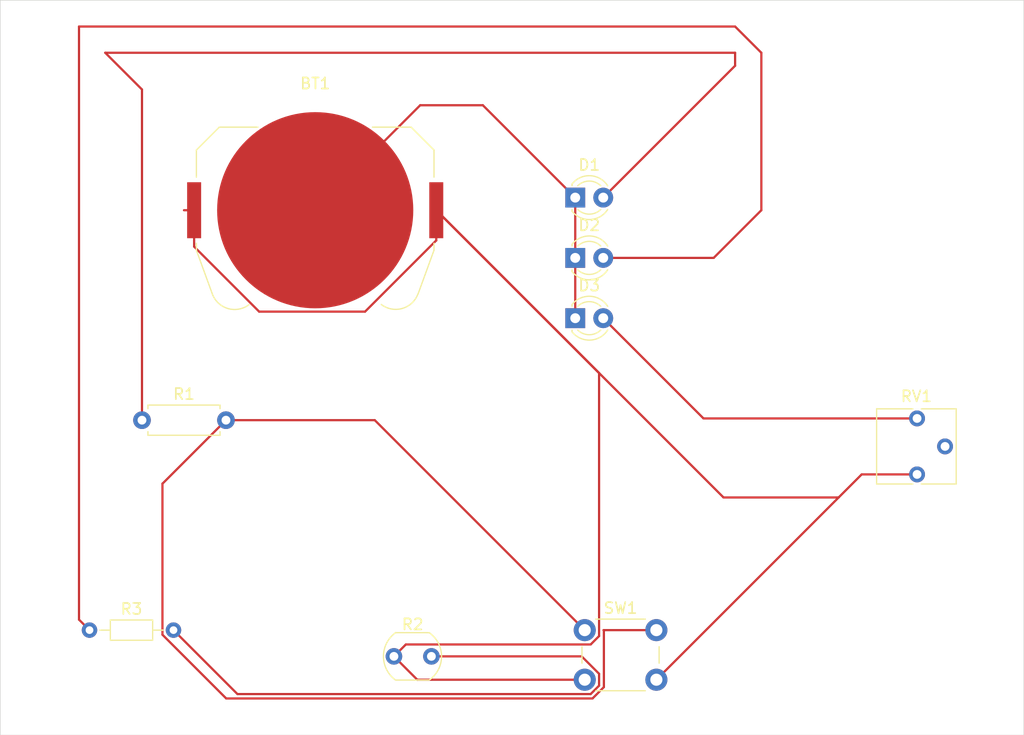
<source format=kicad_pcb>
(kicad_pcb (version 20241229) (generator "pcbnew") (generator_version "9.0")
  (layers (0 "F.Cu" signal) (2 "B.Cu" signal) (13 "F.Paste" user) (15 "B.Paste" user) (5 "F.SilkS" user "F.Silkscreen") (7 "B.SilkS" user "B.Silkscreen") (1 "F.Mask" user) (3 "B.Mask" user) (25 "Edge.Cuts" user))
  (net 0 "")
  (net 1 "Net-(BT1-+)")
  (net 2 "Net-(BT1--)")
  (net 3 "Net-(D1-A)")
  (net 4 "Net-(D2-A)")
  (net 5 "Net-(D3-A)")
  (net 6 "Net-(R1-Pad2)")
  (net 7 "Net-(R2-Pad2)")
  (footprint "Resistor_THT:R_Axial_DIN0207_L6.3mm_D2.5mm_P7.62mm_Horizontal" (layer "F.Cu") (at 162.8775 90.4875)
    (property "Reference" "R1" (at 3.81 -2.37 0) (layer "F.SilkS"))
    (property "Value" "R_US")
    (fp_line (start 0.54 -1.37) (end 7.08 -1.37) (stroke (width 0.12)) (layer "F.SilkS"))
    (fp_line (start 0.54 -1.04) (end 0.54 -1.37) (stroke (width 0.12)) (layer "F.SilkS"))
    (fp_line (start 0.54 1.04) (end 0.54 1.37) (stroke (width 0.12)) (layer "F.SilkS"))
    (fp_line (start 0.54 1.37) (end 7.08 1.37) (stroke (width 0.12)) (layer "F.SilkS"))
    (fp_line (start 7.08 -1.37) (end 7.08 -1.04) (stroke (width 0.12)) (layer "F.SilkS"))
    (fp_line (start 7.08 1.37) (end 7.08 1.04) (stroke (width 0.12)) (layer "F.SilkS"))
    (pad "1" thru_hole circle (at 0 0) (size 1.6 1.6) (drill 0.8) (layers "*.Cu" "*.Mask") (net 3 "Net-(D1-A)"))
    (pad "2" thru_hole circle (at 7.62 0) (size 1.6 1.6) (drill 0.8) (layers "*.Cu" "*.Mask") (net 6 "Net-(R1-Pad2)"))
  )
  (footprint "LED_THT:LED_D3.0mm" (layer "F.Cu") (at 202.18875 81.233175)
    (property "Reference" "D3" (at 1.27 -2.96 0) (layer "F.SilkS"))
    (property "Value" "LED")
    (fp_line (start -0.29 -1.236) (end -0.29 -1.08) (stroke (width 0.12)) (layer "F.SilkS"))
    (fp_line (start -0.29 1.08) (end -0.29 1.236) (stroke (width 0.12)) (layer "F.SilkS"))
    (fp_arc (start -0.29 -1.235516) (mid 1.36566 -1.987699) (end 2.941437 -1.08) (stroke (width 0.12)) (layer "F.SilkS"))
    (fp_arc (start 0.229039 -1.08) (mid 1.27 -1.5) (end 2.310961 -1.08) (stroke (width 0.12)) (layer "F.SilkS"))
    (fp_arc (start 2.310961 1.08) (mid 1.27 1.5) (end 0.229039 1.08) (stroke (width 0.12)) (layer "F.SilkS"))
    (fp_arc (start 2.941437 1.08) (mid 1.36566 1.987699) (end -0.29 1.235516) (stroke (width 0.12)) (layer "F.SilkS"))
    (pad "1" thru_hole rect (at 0 0) (size 1.8 1.8) (drill 0.9) (layers "*.Cu" "*.Mask") (net 2 "Net-(BT1--)"))
    (pad "2" thru_hole circle (at 2.54 0) (size 1.8 1.8) (drill 0.9) (layers "*.Cu" "*.Mask") (net 5 "Net-(D3-A)"))
  )
  (footprint "Button_Switch_THT:SW_PUSH_6mm" (layer "F.Cu") (at 203.05 109.5375)
    (property "Reference" "SW1" (at 3.25 -2 0) (layer "F.SilkS"))
    (property "Value" "SW_Push")
    (fp_line (start -0.25 1.5) (end -0.25 3) (stroke (width 0.12)) (layer "F.SilkS"))
    (fp_line (start 1 5.5) (end 5.5 5.5) (stroke (width 0.12)) (layer "F.SilkS"))
    (fp_line (start 5.5 -1) (end 1 -1) (stroke (width 0.12)) (layer "F.SilkS"))
    (fp_line (start 6.75 3) (end 6.75 1.5) (stroke (width 0.12)) (layer "F.SilkS"))
    (pad "1" thru_hole circle (at 0 0 90) (size 2 2) (drill 1.1) (layers "*.Cu" "*.Mask") (net 6 "Net-(R1-Pad2)"))
    (pad "1" thru_hole circle (at 6.5 0 90) (size 2 2) (drill 1.1) (layers "*.Cu" "*.Mask") (net 6 "Net-(R1-Pad2)"))
    (pad "2" thru_hole circle (at 0 4.5 90) (size 2 2) (drill 1.1) (layers "*.Cu" "*.Mask") (net 1 "Net-(BT1-+)"))
    (pad "2" thru_hole circle (at 6.5 4.5 90) (size 2 2) (drill 1.1) (layers "*.Cu" "*.Mask") (net 1 "Net-(BT1-+)"))
  )
  (footprint "Potentiometer_THT:Potentiometer_Vishay_T73YP_Vertical" (layer "F.Cu") (at 233.20375 95.40875)
    (property "Reference" "RV1" (at -0.06 -7.09 0) (layer "F.SilkS"))
    (property "Value" "R_Potentiometer_Trim_US")
    (fp_line (start -3.67 -5.95) (end -3.67 0.87) (stroke (width 0.12)) (layer "F.SilkS"))
    (fp_line (start -3.67 -5.95) (end -0.382 -5.95) (stroke (width 0.12)) (layer "F.SilkS"))
    (fp_line (start -3.67 0.87) (end -0.382 0.87) (stroke (width 0.12)) (layer "F.SilkS"))
    (fp_line (start 0.382 -5.95) (end 3.55 -5.95) (stroke (width 0.12)) (layer "F.SilkS"))
    (fp_line (start 0.382 0.87) (end 3.55 0.87) (stroke (width 0.12)) (layer "F.SilkS"))
    (fp_line (start 3.55 -5.95) (end 3.55 0.87) (stroke (width 0.12)) (layer "F.SilkS"))
    (pad "1" thru_hole circle (at 0 0) (size 1.44 1.44) (drill 0.8) (layers "*.Cu" "*.Mask") (net 1 "Net-(BT1-+)"))
    (pad "2" thru_hole circle (at 2.54 -2.54) (size 1.44 1.44) (drill 0.8) (layers "*.Cu" "*.Mask"))
    (pad "3" thru_hole circle (at 0 -5.08) (size 1.44 1.44) (drill 0.8) (layers "*.Cu" "*.Mask") (net 5 "Net-(D3-A)"))
  )
  (footprint "Battery:BatteryHolder_Keystone_3034_1x20mm" (layer "F.Cu") (at 178.59375 71.4375)
    (property "Reference" "BT1" (at 0 -11.5 0) (layer "F.SilkS"))
    (property "Value" "Battery_Cell")
    (fp_line (start -10.78 -5.46) (end -10.78 -3) (stroke (width 0.12)) (layer "F.SilkS"))
    (fp_line (start -10.78 3) (end -10.78 3.63) (stroke (width 0.12)) (layer "F.SilkS"))
    (fp_line (start -10.78 3.63) (end -9.34 7.58) (stroke (width 0.12)) (layer "F.SilkS"))
    (fp_line (start -8.7 -7.54) (end -10.78 -5.46) (stroke (width 0.12)) (layer "F.SilkS"))
    (fp_line (start -5.2 -7.54) (end -8.7 -7.54) (stroke (width 0.12)) (layer "F.SilkS"))
    (fp_line (start 8.7 -7.54) (end 5.2 -7.54) (stroke (width 0.12)) (layer "F.SilkS"))
    (fp_line (start 8.7 -7.54) (end 10.78 -5.46) (stroke (width 0.12)) (layer "F.SilkS"))
    (fp_line (start 10.78 -5.46) (end 10.78 -3) (stroke (width 0.12)) (layer "F.SilkS"))
    (fp_line (start 10.78 3) (end 10.78 3.63) (stroke (width 0.12)) (layer "F.SilkS"))
    (fp_line (start 10.78 3.63) (end 9.34 7.58) (stroke (width 0.12)) (layer "F.SilkS"))
    (fp_arc (start -6.003354 8.56653) (mid -7.921654 8.918738) (end -9.34 7.58) (stroke (width 0.12)) (layer "F.SilkS"))
    (fp_arc (start 9.325243 7.588169) (mid 7.90634 8.911668) (end 6 8.55) (stroke (width 0.12)) (layer "F.SilkS"))
    (pad "1" smd rect (at -10.985 0) (size 1.27 5.08) (layers "F.Cu" "F.Mask" "F.Paste") (net 1 "Net-(BT1-+)"))
    (pad "1" smd rect (at 10.985 0) (size 1.27 5.08) (layers "F.Cu" "F.Mask" "F.Paste") (net 1 "Net-(BT1-+)"))
    (pad "2" smd circle (at 0 0) (size 17.8 17.8) (layers "F.Cu" "F.Mask") (net 2 "Net-(BT1--)"))
  )
  (footprint "LED_THT:LED_D3.0mm" (layer "F.Cu") (at 202.18875 70.293175)
    (property "Reference" "D1" (at 1.27 -2.96 0) (layer "F.SilkS"))
    (property "Value" "LED")
    (fp_line (start -0.29 -1.236) (end -0.29 -1.08) (stroke (width 0.12)) (layer "F.SilkS"))
    (fp_line (start -0.29 1.08) (end -0.29 1.236) (stroke (width 0.12)) (layer "F.SilkS"))
    (fp_arc (start -0.29 -1.235516) (mid 1.36566 -1.987699) (end 2.941437 -1.08) (stroke (width 0.12)) (layer "F.SilkS"))
    (fp_arc (start 0.229039 -1.08) (mid 1.27 -1.5) (end 2.310961 -1.08) (stroke (width 0.12)) (layer "F.SilkS"))
    (fp_arc (start 2.310961 1.08) (mid 1.27 1.5) (end 0.229039 1.08) (stroke (width 0.12)) (layer "F.SilkS"))
    (fp_arc (start 2.941437 1.08) (mid 1.36566 1.987699) (end -0.29 1.235516) (stroke (width 0.12)) (layer "F.SilkS"))
    (pad "1" thru_hole rect (at 0 0) (size 1.8 1.8) (drill 0.9) (layers "*.Cu" "*.Mask") (net 2 "Net-(BT1--)"))
    (pad "2" thru_hole circle (at 2.54 0) (size 1.8 1.8) (drill 0.9) (layers "*.Cu" "*.Mask") (net 3 "Net-(D1-A)"))
  )
  (footprint "Resistor_THT:R_Axial_DIN0204_L3.6mm_D1.6mm_P7.62mm_Horizontal" (layer "F.Cu") (at 158.115 109.5375)
    (property "Reference" "R3" (at 3.81 -1.92 0) (layer "F.SilkS"))
    (property "Value" "R_US")
    (fp_line (start 0.94 0) (end 1.89 0) (stroke (width 0.12)) (layer "F.SilkS"))
    (fp_line (start 6.68 0) (end 5.73 0) (stroke (width 0.12)) (layer "F.SilkS"))
    (fp_rect (start 1.89 -0.92) (end 5.73 0.92) (stroke (width 0.12)) (fill no) (layer "F.SilkS"))
    (pad "1" thru_hole circle (at 0 0) (size 1.4 1.4) (drill 0.7) (layers "*.Cu" "*.Mask") (net 4 "Net-(D2-A)"))
    (pad "2" thru_hole circle (at 7.62 0) (size 1.4 1.4) (drill 0.7) (layers "*.Cu" "*.Mask") (net 7 "Net-(R2-Pad2)"))
  )
  (footprint "OptoDevice:R_LDR_5.1x4.3mm_P3.4mm_Vertical" (layer "F.Cu") (at 185.7375 111.91875)
    (property "Reference" "R2" (at 1.7 -2.9 0) (layer "F.SilkS"))
    (property "Value" "R_Photo")
    (fp_line (start 0.15 -2.15) (end 3.2 -2.15) (stroke (width 0.12)) (layer "F.SilkS"))
    (fp_line (start 0.15 2.15) (end 3.2 2.15) (stroke (width 0.12)) (layer "F.SilkS"))
    (fp_arc (start 0.15 2.15) (mid -0.950438 -0.013368) (end 0.171766 -2.165525) (stroke (width 0.12)) (layer "F.SilkS"))
    (fp_arc (start 3.2 -2.15) (mid 4.321403 -0.027338) (end 3.244513 2.118249) (stroke (width 0.12)) (layer "F.SilkS"))
    (pad "1" thru_hole circle (at 0 0) (size 1.5 1.5) (drill 0.8) (layers "*.Cu" "*.Mask") (net 1 "Net-(BT1-+)"))
    (pad "2" thru_hole circle (at 3.4 0) (size 1.5 1.5) (drill 0.8) (layers "*.Cu" "*.Mask") (net 7 "Net-(R2-Pad2)"))
  )
  (footprint "LED_THT:LED_D3.0mm" (layer "F.Cu") (at 202.18875 75.763175)
    (property "Reference" "D2" (at 1.27 -2.96 0) (layer "F.SilkS"))
    (property "Value" "LED")
    (fp_line (start -0.29 -1.236) (end -0.29 -1.08) (stroke (width 0.12)) (layer "F.SilkS"))
    (fp_line (start -0.29 1.08) (end -0.29 1.236) (stroke (width 0.12)) (layer "F.SilkS"))
    (fp_arc (start -0.29 -1.235516) (mid 1.36566 -1.987699) (end 2.941437 -1.08) (stroke (width 0.12)) (layer "F.SilkS"))
    (fp_arc (start 0.229039 -1.08) (mid 1.27 -1.5) (end 2.310961 -1.08) (stroke (width 0.12)) (layer "F.SilkS"))
    (fp_arc (start 2.310961 1.08) (mid 1.27 1.5) (end 0.229039 1.08) (stroke (width 0.12)) (layer "F.SilkS"))
    (fp_arc (start 2.941437 1.08) (mid 1.36566 1.987699) (end -0.29 1.235516) (stroke (width 0.12)) (layer "F.SilkS"))
    (pad "1" thru_hole rect (at 0 0) (size 1.8 1.8) (drill 0.9) (layers "*.Cu" "*.Mask") (net 2 "Net-(BT1--)"))
    (pad "2" thru_hole circle (at 2.54 0) (size 1.8 1.8) (drill 0.9) (layers "*.Cu" "*.Mask") (net 4 "Net-(D2-A)"))
  )
  (gr_rect (start 150.01875 52.3875) (end 242.8875 119.0625) (stroke (width 0.05)) (fill no) (layer "Edge.Cuts"))
  (segment (start 228.17875 95.40875) (end 233.20375 95.40875) (width 0.2) (layer "F.Cu") (net 1))
  (segment (start 185.7375 111.91875) (end 186.81775 110.8385) (width 0.2) (layer "F.Cu") (net 1))
  (segment (start 204.351 110.076392) (end 204.351 86.20975) (width 0.2) (layer "F.Cu") (net 1))
  (segment (start 186.81775 110.8385) (end 203.588892 110.8385) (width 0.2) (layer "F.Cu") (net 1))
  (segment (start 173.50725 80.6385) (end 167.60875 74.74) (width 0.2) (layer "F.Cu") (net 1))
  (segment (start 189.57875 74.1775) (end 183.11775 80.6385) (width 0.2) (layer "F.Cu") (net 1))
  (segment (start 167.60875 74.74) (end 167.60875 71.4375) (width 0.2) (layer "F.Cu") (net 1))
  (segment (start 226.0875 97.5) (end 228.17875 95.40875) (width 0.2) (layer "F.Cu") (net 1))
  (segment (start 189.57875 71.4375) (end 189.57875 74.1775) (width 0.2) (layer "F.Cu") (net 1))
  (segment (start 215.64125 97.5) (end 226.0875 97.5) (width 0.2) (layer "F.Cu") (net 1))
  (segment (start 203.588892 110.8385) (end 204.351 110.076392) (width 0.2) (layer "F.Cu") (net 1))
  (segment (start 183.11775 80.6385) (end 173.50725 80.6385) (width 0.2) (layer "F.Cu") (net 1))
  (segment (start 189.57875 71.4375) (end 215.64125 97.5) (width 0.2) (layer "F.Cu") (net 1))
  (segment (start 204.351 86.20975) (end 189.57875 71.4375) (width 0.2) (layer "F.Cu") (net 1))
  (segment (start 209.55 114.0375) (end 226.0875 97.5) (width 0.2) (layer "F.Cu") (net 1))
  (segment (start 203.05 114.0375) (end 187.85625 114.0375) (width 0.2) (layer "F.Cu") (net 1))
  (segment (start 167.60875 71.4375) (end 166.6875 71.4375) (width 0.2) (layer "F.Cu") (net 1))
  (segment (start 187.85625 114.0375) (end 185.7375 111.91875) (width 0.2) (layer "F.Cu") (net 1))
  (segment (start 202.18875 75.763175) (end 202.18875 70.293175) (width 0.2) (layer "F.Cu") (net 2))
  (segment (start 202.18875 70.293175) (end 193.808075 61.9125) (width 0.2) (layer "F.Cu") (net 2))
  (segment (start 202.18875 81.233175) (end 202.18875 75.763175) (width 0.2) (layer "F.Cu") (net 2))
  (segment (start 193.808075 61.9125) (end 188.11875 61.9125) (width 0.2) (layer "F.Cu") (net 2))
  (segment (start 188.11875 61.9125) (end 178.59375 71.4375) (width 0.2) (layer "F.Cu") (net 2))
  (segment (start 159.54375 57.15) (end 162.8775 60.48375) (width 0.2) (layer "F.Cu") (net 3))
  (segment (start 162.8775 60.48375) (end 162.8775 90.4875) (width 0.2) (layer "F.Cu") (net 3))
  (segment (start 216.69375 58.328175) (end 216.69375 57.15) (width 0.2) (layer "F.Cu") (net 3))
  (segment (start 204.72875 70.293175) (end 216.69375 58.328175) (width 0.2) (layer "F.Cu") (net 3))
  (segment (start 216.69375 57.15) (end 159.54375 57.15) (width 0.2) (layer "F.Cu") (net 3))
  (segment (start 214.749325 75.763175) (end 204.72875 75.763175) (width 0.2) (layer "F.Cu") (net 4))
  (segment (start 216.69375 54.76875) (end 219.075 57.15) (width 0.2) (layer "F.Cu") (net 4))
  (segment (start 219.075 57.15) (end 219.075 71.4375) (width 0.2) (layer "F.Cu") (net 4))
  (segment (start 157.1625 54.76875) (end 216.69375 54.76875) (width 0.2) (layer "F.Cu") (net 4))
  (segment (start 157.1625 108.585) (end 157.1625 54.76875) (width 0.2) (layer "F.Cu") (net 4))
  (segment (start 158.115 109.5375) (end 157.1625 108.585) (width 0.2) (layer "F.Cu") (net 4))
  (segment (start 219.075 71.4375) (end 214.749325 75.763175) (width 0.2) (layer "F.Cu") (net 4))
  (segment (start 213.824325 90.32875) (end 204.72875 81.233175) (width 0.2) (layer "F.Cu") (net 5))
  (segment (start 233.20375 90.32875) (end 213.824325 90.32875) (width 0.2) (layer "F.Cu") (net 5))
  (segment (start 164.734 109.952128) (end 170.521372 115.7395) (width 0.2) (layer "F.Cu") (net 6))
  (segment (start 170.521372 115.7395) (end 203.754992 115.7395) (width 0.2) (layer "F.Cu") (net 6))
  (segment (start 203.754992 115.7395) (end 204.7875 114.706992) (width 0.2) (layer "F.Cu") (net 6))
  (segment (start 204.7875 114.706992) (end 204.7875 109.5375) (width 0.2) (layer "F.Cu") (net 6))
  (segment (start 204.7875 109.5375) (end 204.752 109.5375) (width 0.2) (layer "F.Cu") (net 6))
  (segment (start 203.05 109.5375) (end 184 90.4875) (width 0.2) (layer "F.Cu") (net 6))
  (segment (start 184 90.4875) (end 170.4975 90.4875) (width 0.2) (layer "F.Cu") (net 6))
  (segment (start 164.734 96.251) (end 164.734 109.952128) (width 0.2) (layer "F.Cu") (net 6))
  (segment (start 209.55 109.5375) (end 204.7875 109.5375) (width 0.2) (layer "F.Cu") (net 6))
  (segment (start 170.4975 90.4875) (end 164.734 96.251) (width 0.2) (layer "F.Cu") (net 6))
  (segment (start 204.351 114.576392) (end 204.351 113.498608) (width 0.2) (layer "F.Cu") (net 7))
  (segment (start 203.588892 115.3385) (end 204.351 114.576392) (width 0.2) (layer "F.Cu") (net 7))
  (segment (start 202.771142 111.91875) (end 189.1375 111.91875) (width 0.2) (layer "F.Cu") (net 7))
  (segment (start 171.536 115.3385) (end 203.588892 115.3385) (width 0.2) (layer "F.Cu") (net 7))
  (segment (start 165.735 109.5375) (end 171.536 115.3385) (width 0.2) (layer "F.Cu") (net 7))
  (segment (start 204.351 113.498608) (end 202.771142 111.91875) (width 0.2) (layer "F.Cu") (net 7))
)
</source>
